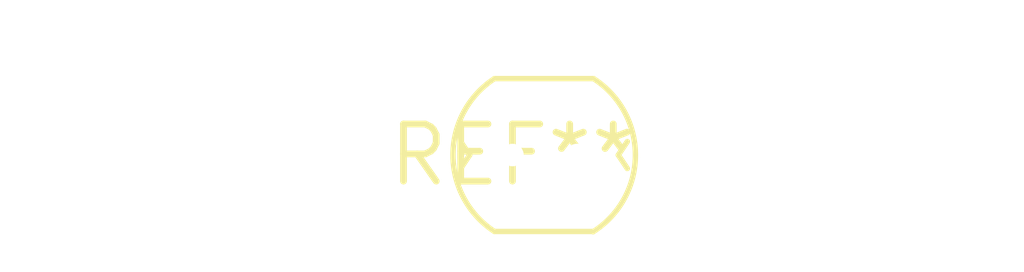
<source format=kicad_pcb>
(kicad_pcb (version 20240108) (generator pcbnew)
  (layers (0 "F.Cu" signal) (31 "B.Cu" signal) (34 "B.Paste" user) (35 "F.Paste" user) (36 "B.SilkS" user "B.Silkscreen") (37 "F.SilkS" user "F.Silkscreen") (38 "B.Mask" user) (39 "F.Mask" user) (44 "Edge.Cuts" user))
  (net 0 "")
  (footprint "LaserDiode_TO38ICut-3" (layer "F.Cu") (at 0 0)
    (property "Reference" "REF**")
    (property "Value" "LaserDiode_TO38ICut-3")
    (fp_line (start -1.15 -0.3) (end -0.95 0) (layer "F.SilkS") (stroke (width 0.12)))
    (fp_line (start -0.95 0) (end -1.15 0.3) (layer "F.SilkS") (stroke (width 0.12)))
    (fp_line (start -0.4 1.7) (end 1.8 1.7) (layer "F.SilkS") (stroke (width 0.12)))
    (fp_line (start 1.8 -1.7) (end -0.4 -1.7) (layer "F.SilkS") (stroke (width 0.12)))
    (fp_line (start 2.35 0) (end 2.55 0.3) (layer "F.SilkS") (stroke (width 0.12)))
    (fp_line (start 2.55 -0.3) (end 2.35 0) (layer "F.SilkS") (stroke (width 0.12)))
    (fp_arc (start -0.4 1.7) (mid -1.320296 0) (end -0.4 -1.7) (layer "F.SilkS") (stroke (width 0.12)))
    (fp_arc (start 1.8 -1.7) (mid 2.729422 0.005888) (end 1.790069 1.706327) (layer "F.SilkS") (stroke (width 0.12)))
    (pad "1" thru_hole roundrect (at 0 0 45) (size 0.8 0.8) (drill 0.5) (layers *.Cu *.Mask) (remove_unused_layers))
    (pad "2" thru_hole circle (at 0.71 0.71) (size 0.8 0.8) (drill 0.5) (layers *.Cu *.Mask) (remove_unused_layers))
    (pad "3" thru_hole circle (at 1.43 0) (size 0.8 0.8) (drill 0.5) (layers *.Cu *.Mask) (remove_unused_layers))
  )
)
</source>
